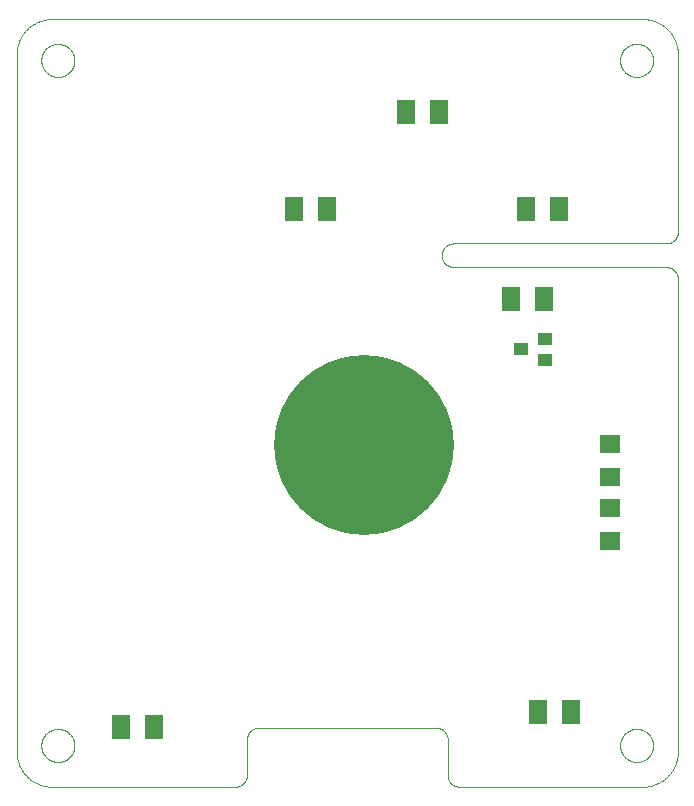
<source format=gbp>
G75*
%MOIN*%
%OFA0B0*%
%FSLAX25Y25*%
%IPPOS*%
%LPD*%
%AMOC8*
5,1,8,0,0,1.08239X$1,22.5*
%
%ADD10C,0.00000*%
%ADD11C,0.60000*%
%ADD12R,0.04500X0.04000*%
%ADD13R,0.06299X0.07874*%
%ADD14R,0.07087X0.06299*%
D10*
X0037312Y0035098D02*
X0098336Y0035098D01*
X0098460Y0035100D01*
X0098583Y0035106D01*
X0098707Y0035115D01*
X0098829Y0035129D01*
X0098952Y0035146D01*
X0099074Y0035168D01*
X0099195Y0035193D01*
X0099315Y0035222D01*
X0099434Y0035254D01*
X0099553Y0035291D01*
X0099670Y0035331D01*
X0099785Y0035374D01*
X0099900Y0035422D01*
X0100012Y0035473D01*
X0100123Y0035527D01*
X0100233Y0035585D01*
X0100340Y0035646D01*
X0100446Y0035711D01*
X0100549Y0035779D01*
X0100650Y0035850D01*
X0100749Y0035924D01*
X0100846Y0036001D01*
X0100940Y0036082D01*
X0101031Y0036165D01*
X0101120Y0036251D01*
X0101206Y0036340D01*
X0101289Y0036431D01*
X0101370Y0036525D01*
X0101447Y0036622D01*
X0101521Y0036721D01*
X0101592Y0036822D01*
X0101660Y0036925D01*
X0101725Y0037031D01*
X0101786Y0037138D01*
X0101844Y0037248D01*
X0101898Y0037359D01*
X0101949Y0037471D01*
X0101997Y0037586D01*
X0102040Y0037701D01*
X0102080Y0037818D01*
X0102117Y0037937D01*
X0102149Y0038056D01*
X0102178Y0038176D01*
X0102203Y0038297D01*
X0102225Y0038419D01*
X0102242Y0038542D01*
X0102256Y0038664D01*
X0102265Y0038788D01*
X0102271Y0038911D01*
X0102273Y0039035D01*
X0102273Y0050846D01*
X0102275Y0050970D01*
X0102281Y0051093D01*
X0102290Y0051217D01*
X0102304Y0051339D01*
X0102321Y0051462D01*
X0102343Y0051584D01*
X0102368Y0051705D01*
X0102397Y0051825D01*
X0102429Y0051944D01*
X0102466Y0052063D01*
X0102506Y0052180D01*
X0102549Y0052295D01*
X0102597Y0052410D01*
X0102648Y0052522D01*
X0102702Y0052633D01*
X0102760Y0052743D01*
X0102821Y0052850D01*
X0102886Y0052956D01*
X0102954Y0053059D01*
X0103025Y0053160D01*
X0103099Y0053259D01*
X0103176Y0053356D01*
X0103257Y0053450D01*
X0103340Y0053541D01*
X0103426Y0053630D01*
X0103515Y0053716D01*
X0103606Y0053799D01*
X0103700Y0053880D01*
X0103797Y0053957D01*
X0103896Y0054031D01*
X0103997Y0054102D01*
X0104100Y0054170D01*
X0104206Y0054235D01*
X0104313Y0054296D01*
X0104423Y0054354D01*
X0104534Y0054408D01*
X0104646Y0054459D01*
X0104761Y0054507D01*
X0104876Y0054550D01*
X0104993Y0054590D01*
X0105112Y0054627D01*
X0105231Y0054659D01*
X0105351Y0054688D01*
X0105472Y0054713D01*
X0105594Y0054735D01*
X0105717Y0054752D01*
X0105839Y0054766D01*
X0105963Y0054775D01*
X0106086Y0054781D01*
X0106210Y0054783D01*
X0165265Y0054783D01*
X0165389Y0054781D01*
X0165512Y0054775D01*
X0165636Y0054766D01*
X0165758Y0054752D01*
X0165881Y0054735D01*
X0166003Y0054713D01*
X0166124Y0054688D01*
X0166244Y0054659D01*
X0166363Y0054627D01*
X0166482Y0054590D01*
X0166599Y0054550D01*
X0166714Y0054507D01*
X0166829Y0054459D01*
X0166941Y0054408D01*
X0167052Y0054354D01*
X0167162Y0054296D01*
X0167269Y0054235D01*
X0167375Y0054170D01*
X0167478Y0054102D01*
X0167579Y0054031D01*
X0167678Y0053957D01*
X0167775Y0053880D01*
X0167869Y0053799D01*
X0167960Y0053716D01*
X0168049Y0053630D01*
X0168135Y0053541D01*
X0168218Y0053450D01*
X0168299Y0053356D01*
X0168376Y0053259D01*
X0168450Y0053160D01*
X0168521Y0053059D01*
X0168589Y0052956D01*
X0168654Y0052850D01*
X0168715Y0052743D01*
X0168773Y0052633D01*
X0168827Y0052522D01*
X0168878Y0052410D01*
X0168926Y0052295D01*
X0168969Y0052180D01*
X0169009Y0052063D01*
X0169046Y0051944D01*
X0169078Y0051825D01*
X0169107Y0051705D01*
X0169132Y0051584D01*
X0169154Y0051462D01*
X0169171Y0051339D01*
X0169185Y0051217D01*
X0169194Y0051093D01*
X0169200Y0050970D01*
X0169202Y0050846D01*
X0169202Y0039035D01*
X0169204Y0038911D01*
X0169210Y0038788D01*
X0169219Y0038664D01*
X0169233Y0038542D01*
X0169250Y0038419D01*
X0169272Y0038297D01*
X0169297Y0038176D01*
X0169326Y0038056D01*
X0169358Y0037937D01*
X0169395Y0037818D01*
X0169435Y0037701D01*
X0169478Y0037586D01*
X0169526Y0037471D01*
X0169577Y0037359D01*
X0169631Y0037248D01*
X0169689Y0037138D01*
X0169750Y0037031D01*
X0169815Y0036925D01*
X0169883Y0036822D01*
X0169954Y0036721D01*
X0170028Y0036622D01*
X0170105Y0036525D01*
X0170186Y0036431D01*
X0170269Y0036340D01*
X0170355Y0036251D01*
X0170444Y0036165D01*
X0170535Y0036082D01*
X0170629Y0036001D01*
X0170726Y0035924D01*
X0170825Y0035850D01*
X0170926Y0035779D01*
X0171029Y0035711D01*
X0171135Y0035646D01*
X0171242Y0035585D01*
X0171352Y0035527D01*
X0171463Y0035473D01*
X0171575Y0035422D01*
X0171690Y0035374D01*
X0171805Y0035331D01*
X0171922Y0035291D01*
X0172041Y0035254D01*
X0172160Y0035222D01*
X0172280Y0035193D01*
X0172401Y0035168D01*
X0172523Y0035146D01*
X0172646Y0035129D01*
X0172768Y0035115D01*
X0172892Y0035106D01*
X0173015Y0035100D01*
X0173139Y0035098D01*
X0234162Y0035098D01*
X0234447Y0035101D01*
X0234733Y0035112D01*
X0235018Y0035129D01*
X0235302Y0035153D01*
X0235586Y0035184D01*
X0235869Y0035222D01*
X0236150Y0035267D01*
X0236431Y0035318D01*
X0236711Y0035376D01*
X0236989Y0035441D01*
X0237265Y0035513D01*
X0237539Y0035591D01*
X0237812Y0035676D01*
X0238082Y0035768D01*
X0238350Y0035866D01*
X0238616Y0035970D01*
X0238879Y0036081D01*
X0239139Y0036198D01*
X0239397Y0036321D01*
X0239651Y0036451D01*
X0239902Y0036587D01*
X0240150Y0036728D01*
X0240394Y0036876D01*
X0240635Y0037029D01*
X0240871Y0037189D01*
X0241104Y0037354D01*
X0241333Y0037524D01*
X0241558Y0037700D01*
X0241778Y0037882D01*
X0241994Y0038068D01*
X0242205Y0038260D01*
X0242412Y0038457D01*
X0242614Y0038659D01*
X0242811Y0038866D01*
X0243003Y0039077D01*
X0243189Y0039293D01*
X0243371Y0039513D01*
X0243547Y0039738D01*
X0243717Y0039967D01*
X0243882Y0040200D01*
X0244042Y0040436D01*
X0244195Y0040677D01*
X0244343Y0040921D01*
X0244484Y0041169D01*
X0244620Y0041420D01*
X0244750Y0041674D01*
X0244873Y0041932D01*
X0244990Y0042192D01*
X0245101Y0042455D01*
X0245205Y0042721D01*
X0245303Y0042989D01*
X0245395Y0043259D01*
X0245480Y0043532D01*
X0245558Y0043806D01*
X0245630Y0044082D01*
X0245695Y0044360D01*
X0245753Y0044640D01*
X0245804Y0044921D01*
X0245849Y0045202D01*
X0245887Y0045485D01*
X0245918Y0045769D01*
X0245942Y0046053D01*
X0245959Y0046338D01*
X0245970Y0046624D01*
X0245973Y0046909D01*
X0245973Y0204390D01*
X0245971Y0204514D01*
X0245965Y0204637D01*
X0245956Y0204761D01*
X0245942Y0204883D01*
X0245925Y0205006D01*
X0245903Y0205128D01*
X0245878Y0205249D01*
X0245849Y0205369D01*
X0245817Y0205488D01*
X0245780Y0205607D01*
X0245740Y0205724D01*
X0245697Y0205839D01*
X0245649Y0205954D01*
X0245598Y0206066D01*
X0245544Y0206177D01*
X0245486Y0206287D01*
X0245425Y0206394D01*
X0245360Y0206500D01*
X0245292Y0206603D01*
X0245221Y0206704D01*
X0245147Y0206803D01*
X0245070Y0206900D01*
X0244989Y0206994D01*
X0244906Y0207085D01*
X0244820Y0207174D01*
X0244731Y0207260D01*
X0244640Y0207343D01*
X0244546Y0207424D01*
X0244449Y0207501D01*
X0244350Y0207575D01*
X0244249Y0207646D01*
X0244146Y0207714D01*
X0244040Y0207779D01*
X0243933Y0207840D01*
X0243823Y0207898D01*
X0243712Y0207952D01*
X0243600Y0208003D01*
X0243485Y0208051D01*
X0243370Y0208094D01*
X0243253Y0208134D01*
X0243134Y0208171D01*
X0243015Y0208203D01*
X0242895Y0208232D01*
X0242774Y0208257D01*
X0242652Y0208279D01*
X0242529Y0208296D01*
X0242407Y0208310D01*
X0242283Y0208319D01*
X0242160Y0208325D01*
X0242036Y0208327D01*
X0171170Y0208327D01*
X0171046Y0208329D01*
X0170923Y0208335D01*
X0170799Y0208344D01*
X0170677Y0208358D01*
X0170554Y0208375D01*
X0170432Y0208397D01*
X0170311Y0208422D01*
X0170191Y0208451D01*
X0170072Y0208483D01*
X0169953Y0208520D01*
X0169836Y0208560D01*
X0169721Y0208603D01*
X0169606Y0208651D01*
X0169494Y0208702D01*
X0169383Y0208756D01*
X0169273Y0208814D01*
X0169166Y0208875D01*
X0169060Y0208940D01*
X0168957Y0209008D01*
X0168856Y0209079D01*
X0168757Y0209153D01*
X0168660Y0209230D01*
X0168566Y0209311D01*
X0168475Y0209394D01*
X0168386Y0209480D01*
X0168300Y0209569D01*
X0168217Y0209660D01*
X0168136Y0209754D01*
X0168059Y0209851D01*
X0167985Y0209950D01*
X0167914Y0210051D01*
X0167846Y0210154D01*
X0167781Y0210260D01*
X0167720Y0210367D01*
X0167662Y0210477D01*
X0167608Y0210588D01*
X0167557Y0210700D01*
X0167509Y0210815D01*
X0167466Y0210930D01*
X0167426Y0211047D01*
X0167389Y0211166D01*
X0167357Y0211285D01*
X0167328Y0211405D01*
X0167303Y0211526D01*
X0167281Y0211648D01*
X0167264Y0211771D01*
X0167250Y0211893D01*
X0167241Y0212017D01*
X0167235Y0212140D01*
X0167233Y0212264D01*
X0167235Y0212388D01*
X0167241Y0212511D01*
X0167250Y0212635D01*
X0167264Y0212757D01*
X0167281Y0212880D01*
X0167303Y0213002D01*
X0167328Y0213123D01*
X0167357Y0213243D01*
X0167389Y0213362D01*
X0167426Y0213481D01*
X0167466Y0213598D01*
X0167509Y0213713D01*
X0167557Y0213828D01*
X0167608Y0213940D01*
X0167662Y0214051D01*
X0167720Y0214161D01*
X0167781Y0214268D01*
X0167846Y0214374D01*
X0167914Y0214477D01*
X0167985Y0214578D01*
X0168059Y0214677D01*
X0168136Y0214774D01*
X0168217Y0214868D01*
X0168300Y0214959D01*
X0168386Y0215048D01*
X0168475Y0215134D01*
X0168566Y0215217D01*
X0168660Y0215298D01*
X0168757Y0215375D01*
X0168856Y0215449D01*
X0168957Y0215520D01*
X0169060Y0215588D01*
X0169166Y0215653D01*
X0169273Y0215714D01*
X0169383Y0215772D01*
X0169494Y0215826D01*
X0169606Y0215877D01*
X0169721Y0215925D01*
X0169836Y0215968D01*
X0169953Y0216008D01*
X0170072Y0216045D01*
X0170191Y0216077D01*
X0170311Y0216106D01*
X0170432Y0216131D01*
X0170554Y0216153D01*
X0170677Y0216170D01*
X0170799Y0216184D01*
X0170923Y0216193D01*
X0171046Y0216199D01*
X0171170Y0216201D01*
X0242036Y0216201D01*
X0242160Y0216203D01*
X0242283Y0216209D01*
X0242407Y0216218D01*
X0242529Y0216232D01*
X0242652Y0216249D01*
X0242774Y0216271D01*
X0242895Y0216296D01*
X0243015Y0216325D01*
X0243134Y0216357D01*
X0243253Y0216394D01*
X0243370Y0216434D01*
X0243485Y0216477D01*
X0243600Y0216525D01*
X0243712Y0216576D01*
X0243823Y0216630D01*
X0243933Y0216688D01*
X0244040Y0216749D01*
X0244146Y0216814D01*
X0244249Y0216882D01*
X0244350Y0216953D01*
X0244449Y0217027D01*
X0244546Y0217104D01*
X0244640Y0217185D01*
X0244731Y0217268D01*
X0244820Y0217354D01*
X0244906Y0217443D01*
X0244989Y0217534D01*
X0245070Y0217628D01*
X0245147Y0217725D01*
X0245221Y0217824D01*
X0245292Y0217925D01*
X0245360Y0218028D01*
X0245425Y0218134D01*
X0245486Y0218241D01*
X0245544Y0218351D01*
X0245598Y0218462D01*
X0245649Y0218574D01*
X0245697Y0218689D01*
X0245740Y0218804D01*
X0245780Y0218921D01*
X0245817Y0219040D01*
X0245849Y0219159D01*
X0245878Y0219279D01*
X0245903Y0219400D01*
X0245925Y0219522D01*
X0245942Y0219645D01*
X0245956Y0219767D01*
X0245965Y0219891D01*
X0245971Y0220014D01*
X0245973Y0220138D01*
X0245973Y0279193D01*
X0245970Y0279478D01*
X0245959Y0279764D01*
X0245942Y0280049D01*
X0245918Y0280333D01*
X0245887Y0280617D01*
X0245849Y0280900D01*
X0245804Y0281181D01*
X0245753Y0281462D01*
X0245695Y0281742D01*
X0245630Y0282020D01*
X0245558Y0282296D01*
X0245480Y0282570D01*
X0245395Y0282843D01*
X0245303Y0283113D01*
X0245205Y0283381D01*
X0245101Y0283647D01*
X0244990Y0283910D01*
X0244873Y0284170D01*
X0244750Y0284428D01*
X0244620Y0284682D01*
X0244484Y0284933D01*
X0244343Y0285181D01*
X0244195Y0285425D01*
X0244042Y0285666D01*
X0243882Y0285902D01*
X0243717Y0286135D01*
X0243547Y0286364D01*
X0243371Y0286589D01*
X0243189Y0286809D01*
X0243003Y0287025D01*
X0242811Y0287236D01*
X0242614Y0287443D01*
X0242412Y0287645D01*
X0242205Y0287842D01*
X0241994Y0288034D01*
X0241778Y0288220D01*
X0241558Y0288402D01*
X0241333Y0288578D01*
X0241104Y0288748D01*
X0240871Y0288913D01*
X0240635Y0289073D01*
X0240394Y0289226D01*
X0240150Y0289374D01*
X0239902Y0289515D01*
X0239651Y0289651D01*
X0239397Y0289781D01*
X0239139Y0289904D01*
X0238879Y0290021D01*
X0238616Y0290132D01*
X0238350Y0290236D01*
X0238082Y0290334D01*
X0237812Y0290426D01*
X0237539Y0290511D01*
X0237265Y0290589D01*
X0236989Y0290661D01*
X0236711Y0290726D01*
X0236431Y0290784D01*
X0236150Y0290835D01*
X0235869Y0290880D01*
X0235586Y0290918D01*
X0235302Y0290949D01*
X0235018Y0290973D01*
X0234733Y0290990D01*
X0234447Y0291001D01*
X0234162Y0291004D01*
X0037312Y0291004D01*
X0037027Y0291001D01*
X0036741Y0290990D01*
X0036456Y0290973D01*
X0036172Y0290949D01*
X0035888Y0290918D01*
X0035605Y0290880D01*
X0035324Y0290835D01*
X0035043Y0290784D01*
X0034763Y0290726D01*
X0034485Y0290661D01*
X0034209Y0290589D01*
X0033935Y0290511D01*
X0033662Y0290426D01*
X0033392Y0290334D01*
X0033124Y0290236D01*
X0032858Y0290132D01*
X0032595Y0290021D01*
X0032335Y0289904D01*
X0032077Y0289781D01*
X0031823Y0289651D01*
X0031572Y0289515D01*
X0031324Y0289374D01*
X0031080Y0289226D01*
X0030839Y0289073D01*
X0030603Y0288913D01*
X0030370Y0288748D01*
X0030141Y0288578D01*
X0029916Y0288402D01*
X0029696Y0288220D01*
X0029480Y0288034D01*
X0029269Y0287842D01*
X0029062Y0287645D01*
X0028860Y0287443D01*
X0028663Y0287236D01*
X0028471Y0287025D01*
X0028285Y0286809D01*
X0028103Y0286589D01*
X0027927Y0286364D01*
X0027757Y0286135D01*
X0027592Y0285902D01*
X0027432Y0285666D01*
X0027279Y0285425D01*
X0027131Y0285181D01*
X0026990Y0284933D01*
X0026854Y0284682D01*
X0026724Y0284428D01*
X0026601Y0284170D01*
X0026484Y0283910D01*
X0026373Y0283647D01*
X0026269Y0283381D01*
X0026171Y0283113D01*
X0026079Y0282843D01*
X0025994Y0282570D01*
X0025916Y0282296D01*
X0025844Y0282020D01*
X0025779Y0281742D01*
X0025721Y0281462D01*
X0025670Y0281181D01*
X0025625Y0280900D01*
X0025587Y0280617D01*
X0025556Y0280333D01*
X0025532Y0280049D01*
X0025515Y0279764D01*
X0025504Y0279478D01*
X0025501Y0279193D01*
X0025501Y0046909D01*
X0025504Y0046624D01*
X0025515Y0046338D01*
X0025532Y0046053D01*
X0025556Y0045769D01*
X0025587Y0045485D01*
X0025625Y0045202D01*
X0025670Y0044921D01*
X0025721Y0044640D01*
X0025779Y0044360D01*
X0025844Y0044082D01*
X0025916Y0043806D01*
X0025994Y0043532D01*
X0026079Y0043259D01*
X0026171Y0042989D01*
X0026269Y0042721D01*
X0026373Y0042455D01*
X0026484Y0042192D01*
X0026601Y0041932D01*
X0026724Y0041674D01*
X0026854Y0041420D01*
X0026990Y0041169D01*
X0027131Y0040921D01*
X0027279Y0040677D01*
X0027432Y0040436D01*
X0027592Y0040200D01*
X0027757Y0039967D01*
X0027927Y0039738D01*
X0028103Y0039513D01*
X0028285Y0039293D01*
X0028471Y0039077D01*
X0028663Y0038866D01*
X0028860Y0038659D01*
X0029062Y0038457D01*
X0029269Y0038260D01*
X0029480Y0038068D01*
X0029696Y0037882D01*
X0029916Y0037700D01*
X0030141Y0037524D01*
X0030370Y0037354D01*
X0030603Y0037189D01*
X0030839Y0037029D01*
X0031080Y0036876D01*
X0031324Y0036728D01*
X0031572Y0036587D01*
X0031823Y0036451D01*
X0032077Y0036321D01*
X0032335Y0036198D01*
X0032595Y0036081D01*
X0032858Y0035970D01*
X0033124Y0035866D01*
X0033392Y0035768D01*
X0033662Y0035676D01*
X0033935Y0035591D01*
X0034209Y0035513D01*
X0034485Y0035441D01*
X0034763Y0035376D01*
X0035043Y0035318D01*
X0035324Y0035267D01*
X0035605Y0035222D01*
X0035888Y0035184D01*
X0036172Y0035153D01*
X0036456Y0035129D01*
X0036741Y0035112D01*
X0037027Y0035101D01*
X0037312Y0035098D01*
X0033765Y0048883D02*
X0033767Y0049031D01*
X0033773Y0049179D01*
X0033783Y0049327D01*
X0033797Y0049474D01*
X0033815Y0049621D01*
X0033836Y0049767D01*
X0033862Y0049913D01*
X0033892Y0050058D01*
X0033925Y0050202D01*
X0033963Y0050345D01*
X0034004Y0050487D01*
X0034049Y0050628D01*
X0034097Y0050768D01*
X0034150Y0050907D01*
X0034206Y0051044D01*
X0034266Y0051179D01*
X0034329Y0051313D01*
X0034396Y0051445D01*
X0034467Y0051575D01*
X0034541Y0051703D01*
X0034618Y0051829D01*
X0034699Y0051953D01*
X0034783Y0052075D01*
X0034870Y0052194D01*
X0034961Y0052311D01*
X0035055Y0052426D01*
X0035151Y0052538D01*
X0035251Y0052648D01*
X0035353Y0052754D01*
X0035459Y0052858D01*
X0035567Y0052959D01*
X0035678Y0053057D01*
X0035791Y0053153D01*
X0035907Y0053245D01*
X0036025Y0053334D01*
X0036146Y0053419D01*
X0036269Y0053502D01*
X0036394Y0053581D01*
X0036521Y0053657D01*
X0036650Y0053729D01*
X0036781Y0053798D01*
X0036914Y0053863D01*
X0037049Y0053924D01*
X0037185Y0053982D01*
X0037322Y0054037D01*
X0037461Y0054087D01*
X0037602Y0054134D01*
X0037743Y0054177D01*
X0037886Y0054217D01*
X0038030Y0054252D01*
X0038174Y0054284D01*
X0038320Y0054311D01*
X0038466Y0054335D01*
X0038613Y0054355D01*
X0038760Y0054371D01*
X0038907Y0054383D01*
X0039055Y0054391D01*
X0039203Y0054395D01*
X0039351Y0054395D01*
X0039499Y0054391D01*
X0039647Y0054383D01*
X0039794Y0054371D01*
X0039941Y0054355D01*
X0040088Y0054335D01*
X0040234Y0054311D01*
X0040380Y0054284D01*
X0040524Y0054252D01*
X0040668Y0054217D01*
X0040811Y0054177D01*
X0040952Y0054134D01*
X0041093Y0054087D01*
X0041232Y0054037D01*
X0041369Y0053982D01*
X0041505Y0053924D01*
X0041640Y0053863D01*
X0041773Y0053798D01*
X0041904Y0053729D01*
X0042033Y0053657D01*
X0042160Y0053581D01*
X0042285Y0053502D01*
X0042408Y0053419D01*
X0042529Y0053334D01*
X0042647Y0053245D01*
X0042763Y0053153D01*
X0042876Y0053057D01*
X0042987Y0052959D01*
X0043095Y0052858D01*
X0043201Y0052754D01*
X0043303Y0052648D01*
X0043403Y0052538D01*
X0043499Y0052426D01*
X0043593Y0052311D01*
X0043684Y0052194D01*
X0043771Y0052075D01*
X0043855Y0051953D01*
X0043936Y0051829D01*
X0044013Y0051703D01*
X0044087Y0051575D01*
X0044158Y0051445D01*
X0044225Y0051313D01*
X0044288Y0051179D01*
X0044348Y0051044D01*
X0044404Y0050907D01*
X0044457Y0050768D01*
X0044505Y0050628D01*
X0044550Y0050487D01*
X0044591Y0050345D01*
X0044629Y0050202D01*
X0044662Y0050058D01*
X0044692Y0049913D01*
X0044718Y0049767D01*
X0044739Y0049621D01*
X0044757Y0049474D01*
X0044771Y0049327D01*
X0044781Y0049179D01*
X0044787Y0049031D01*
X0044789Y0048883D01*
X0044787Y0048735D01*
X0044781Y0048587D01*
X0044771Y0048439D01*
X0044757Y0048292D01*
X0044739Y0048145D01*
X0044718Y0047999D01*
X0044692Y0047853D01*
X0044662Y0047708D01*
X0044629Y0047564D01*
X0044591Y0047421D01*
X0044550Y0047279D01*
X0044505Y0047138D01*
X0044457Y0046998D01*
X0044404Y0046859D01*
X0044348Y0046722D01*
X0044288Y0046587D01*
X0044225Y0046453D01*
X0044158Y0046321D01*
X0044087Y0046191D01*
X0044013Y0046063D01*
X0043936Y0045937D01*
X0043855Y0045813D01*
X0043771Y0045691D01*
X0043684Y0045572D01*
X0043593Y0045455D01*
X0043499Y0045340D01*
X0043403Y0045228D01*
X0043303Y0045118D01*
X0043201Y0045012D01*
X0043095Y0044908D01*
X0042987Y0044807D01*
X0042876Y0044709D01*
X0042763Y0044613D01*
X0042647Y0044521D01*
X0042529Y0044432D01*
X0042408Y0044347D01*
X0042285Y0044264D01*
X0042160Y0044185D01*
X0042033Y0044109D01*
X0041904Y0044037D01*
X0041773Y0043968D01*
X0041640Y0043903D01*
X0041505Y0043842D01*
X0041369Y0043784D01*
X0041232Y0043729D01*
X0041093Y0043679D01*
X0040952Y0043632D01*
X0040811Y0043589D01*
X0040668Y0043549D01*
X0040524Y0043514D01*
X0040380Y0043482D01*
X0040234Y0043455D01*
X0040088Y0043431D01*
X0039941Y0043411D01*
X0039794Y0043395D01*
X0039647Y0043383D01*
X0039499Y0043375D01*
X0039351Y0043371D01*
X0039203Y0043371D01*
X0039055Y0043375D01*
X0038907Y0043383D01*
X0038760Y0043395D01*
X0038613Y0043411D01*
X0038466Y0043431D01*
X0038320Y0043455D01*
X0038174Y0043482D01*
X0038030Y0043514D01*
X0037886Y0043549D01*
X0037743Y0043589D01*
X0037602Y0043632D01*
X0037461Y0043679D01*
X0037322Y0043729D01*
X0037185Y0043784D01*
X0037049Y0043842D01*
X0036914Y0043903D01*
X0036781Y0043968D01*
X0036650Y0044037D01*
X0036521Y0044109D01*
X0036394Y0044185D01*
X0036269Y0044264D01*
X0036146Y0044347D01*
X0036025Y0044432D01*
X0035907Y0044521D01*
X0035791Y0044613D01*
X0035678Y0044709D01*
X0035567Y0044807D01*
X0035459Y0044908D01*
X0035353Y0045012D01*
X0035251Y0045118D01*
X0035151Y0045228D01*
X0035055Y0045340D01*
X0034961Y0045455D01*
X0034870Y0045572D01*
X0034783Y0045691D01*
X0034699Y0045813D01*
X0034618Y0045937D01*
X0034541Y0046063D01*
X0034467Y0046191D01*
X0034396Y0046321D01*
X0034329Y0046453D01*
X0034266Y0046587D01*
X0034206Y0046722D01*
X0034150Y0046859D01*
X0034097Y0046998D01*
X0034049Y0047138D01*
X0034004Y0047279D01*
X0033963Y0047421D01*
X0033925Y0047564D01*
X0033892Y0047708D01*
X0033862Y0047853D01*
X0033836Y0047999D01*
X0033815Y0048145D01*
X0033797Y0048292D01*
X0033783Y0048439D01*
X0033773Y0048587D01*
X0033767Y0048735D01*
X0033765Y0048883D01*
X0226679Y0048883D02*
X0226681Y0049031D01*
X0226687Y0049179D01*
X0226697Y0049327D01*
X0226711Y0049474D01*
X0226729Y0049621D01*
X0226750Y0049767D01*
X0226776Y0049913D01*
X0226806Y0050058D01*
X0226839Y0050202D01*
X0226877Y0050345D01*
X0226918Y0050487D01*
X0226963Y0050628D01*
X0227011Y0050768D01*
X0227064Y0050907D01*
X0227120Y0051044D01*
X0227180Y0051179D01*
X0227243Y0051313D01*
X0227310Y0051445D01*
X0227381Y0051575D01*
X0227455Y0051703D01*
X0227532Y0051829D01*
X0227613Y0051953D01*
X0227697Y0052075D01*
X0227784Y0052194D01*
X0227875Y0052311D01*
X0227969Y0052426D01*
X0228065Y0052538D01*
X0228165Y0052648D01*
X0228267Y0052754D01*
X0228373Y0052858D01*
X0228481Y0052959D01*
X0228592Y0053057D01*
X0228705Y0053153D01*
X0228821Y0053245D01*
X0228939Y0053334D01*
X0229060Y0053419D01*
X0229183Y0053502D01*
X0229308Y0053581D01*
X0229435Y0053657D01*
X0229564Y0053729D01*
X0229695Y0053798D01*
X0229828Y0053863D01*
X0229963Y0053924D01*
X0230099Y0053982D01*
X0230236Y0054037D01*
X0230375Y0054087D01*
X0230516Y0054134D01*
X0230657Y0054177D01*
X0230800Y0054217D01*
X0230944Y0054252D01*
X0231088Y0054284D01*
X0231234Y0054311D01*
X0231380Y0054335D01*
X0231527Y0054355D01*
X0231674Y0054371D01*
X0231821Y0054383D01*
X0231969Y0054391D01*
X0232117Y0054395D01*
X0232265Y0054395D01*
X0232413Y0054391D01*
X0232561Y0054383D01*
X0232708Y0054371D01*
X0232855Y0054355D01*
X0233002Y0054335D01*
X0233148Y0054311D01*
X0233294Y0054284D01*
X0233438Y0054252D01*
X0233582Y0054217D01*
X0233725Y0054177D01*
X0233866Y0054134D01*
X0234007Y0054087D01*
X0234146Y0054037D01*
X0234283Y0053982D01*
X0234419Y0053924D01*
X0234554Y0053863D01*
X0234687Y0053798D01*
X0234818Y0053729D01*
X0234947Y0053657D01*
X0235074Y0053581D01*
X0235199Y0053502D01*
X0235322Y0053419D01*
X0235443Y0053334D01*
X0235561Y0053245D01*
X0235677Y0053153D01*
X0235790Y0053057D01*
X0235901Y0052959D01*
X0236009Y0052858D01*
X0236115Y0052754D01*
X0236217Y0052648D01*
X0236317Y0052538D01*
X0236413Y0052426D01*
X0236507Y0052311D01*
X0236598Y0052194D01*
X0236685Y0052075D01*
X0236769Y0051953D01*
X0236850Y0051829D01*
X0236927Y0051703D01*
X0237001Y0051575D01*
X0237072Y0051445D01*
X0237139Y0051313D01*
X0237202Y0051179D01*
X0237262Y0051044D01*
X0237318Y0050907D01*
X0237371Y0050768D01*
X0237419Y0050628D01*
X0237464Y0050487D01*
X0237505Y0050345D01*
X0237543Y0050202D01*
X0237576Y0050058D01*
X0237606Y0049913D01*
X0237632Y0049767D01*
X0237653Y0049621D01*
X0237671Y0049474D01*
X0237685Y0049327D01*
X0237695Y0049179D01*
X0237701Y0049031D01*
X0237703Y0048883D01*
X0237701Y0048735D01*
X0237695Y0048587D01*
X0237685Y0048439D01*
X0237671Y0048292D01*
X0237653Y0048145D01*
X0237632Y0047999D01*
X0237606Y0047853D01*
X0237576Y0047708D01*
X0237543Y0047564D01*
X0237505Y0047421D01*
X0237464Y0047279D01*
X0237419Y0047138D01*
X0237371Y0046998D01*
X0237318Y0046859D01*
X0237262Y0046722D01*
X0237202Y0046587D01*
X0237139Y0046453D01*
X0237072Y0046321D01*
X0237001Y0046191D01*
X0236927Y0046063D01*
X0236850Y0045937D01*
X0236769Y0045813D01*
X0236685Y0045691D01*
X0236598Y0045572D01*
X0236507Y0045455D01*
X0236413Y0045340D01*
X0236317Y0045228D01*
X0236217Y0045118D01*
X0236115Y0045012D01*
X0236009Y0044908D01*
X0235901Y0044807D01*
X0235790Y0044709D01*
X0235677Y0044613D01*
X0235561Y0044521D01*
X0235443Y0044432D01*
X0235322Y0044347D01*
X0235199Y0044264D01*
X0235074Y0044185D01*
X0234947Y0044109D01*
X0234818Y0044037D01*
X0234687Y0043968D01*
X0234554Y0043903D01*
X0234419Y0043842D01*
X0234283Y0043784D01*
X0234146Y0043729D01*
X0234007Y0043679D01*
X0233866Y0043632D01*
X0233725Y0043589D01*
X0233582Y0043549D01*
X0233438Y0043514D01*
X0233294Y0043482D01*
X0233148Y0043455D01*
X0233002Y0043431D01*
X0232855Y0043411D01*
X0232708Y0043395D01*
X0232561Y0043383D01*
X0232413Y0043375D01*
X0232265Y0043371D01*
X0232117Y0043371D01*
X0231969Y0043375D01*
X0231821Y0043383D01*
X0231674Y0043395D01*
X0231527Y0043411D01*
X0231380Y0043431D01*
X0231234Y0043455D01*
X0231088Y0043482D01*
X0230944Y0043514D01*
X0230800Y0043549D01*
X0230657Y0043589D01*
X0230516Y0043632D01*
X0230375Y0043679D01*
X0230236Y0043729D01*
X0230099Y0043784D01*
X0229963Y0043842D01*
X0229828Y0043903D01*
X0229695Y0043968D01*
X0229564Y0044037D01*
X0229435Y0044109D01*
X0229308Y0044185D01*
X0229183Y0044264D01*
X0229060Y0044347D01*
X0228939Y0044432D01*
X0228821Y0044521D01*
X0228705Y0044613D01*
X0228592Y0044709D01*
X0228481Y0044807D01*
X0228373Y0044908D01*
X0228267Y0045012D01*
X0228165Y0045118D01*
X0228065Y0045228D01*
X0227969Y0045340D01*
X0227875Y0045455D01*
X0227784Y0045572D01*
X0227697Y0045691D01*
X0227613Y0045813D01*
X0227532Y0045937D01*
X0227455Y0046063D01*
X0227381Y0046191D01*
X0227310Y0046321D01*
X0227243Y0046453D01*
X0227180Y0046587D01*
X0227120Y0046722D01*
X0227064Y0046859D01*
X0227011Y0046998D01*
X0226963Y0047138D01*
X0226918Y0047279D01*
X0226877Y0047421D01*
X0226839Y0047564D01*
X0226806Y0047708D01*
X0226776Y0047853D01*
X0226750Y0047999D01*
X0226729Y0048145D01*
X0226711Y0048292D01*
X0226697Y0048439D01*
X0226687Y0048587D01*
X0226681Y0048735D01*
X0226679Y0048883D01*
X0226679Y0277230D02*
X0226681Y0277378D01*
X0226687Y0277526D01*
X0226697Y0277674D01*
X0226711Y0277821D01*
X0226729Y0277968D01*
X0226750Y0278114D01*
X0226776Y0278260D01*
X0226806Y0278405D01*
X0226839Y0278549D01*
X0226877Y0278692D01*
X0226918Y0278834D01*
X0226963Y0278975D01*
X0227011Y0279115D01*
X0227064Y0279254D01*
X0227120Y0279391D01*
X0227180Y0279526D01*
X0227243Y0279660D01*
X0227310Y0279792D01*
X0227381Y0279922D01*
X0227455Y0280050D01*
X0227532Y0280176D01*
X0227613Y0280300D01*
X0227697Y0280422D01*
X0227784Y0280541D01*
X0227875Y0280658D01*
X0227969Y0280773D01*
X0228065Y0280885D01*
X0228165Y0280995D01*
X0228267Y0281101D01*
X0228373Y0281205D01*
X0228481Y0281306D01*
X0228592Y0281404D01*
X0228705Y0281500D01*
X0228821Y0281592D01*
X0228939Y0281681D01*
X0229060Y0281766D01*
X0229183Y0281849D01*
X0229308Y0281928D01*
X0229435Y0282004D01*
X0229564Y0282076D01*
X0229695Y0282145D01*
X0229828Y0282210D01*
X0229963Y0282271D01*
X0230099Y0282329D01*
X0230236Y0282384D01*
X0230375Y0282434D01*
X0230516Y0282481D01*
X0230657Y0282524D01*
X0230800Y0282564D01*
X0230944Y0282599D01*
X0231088Y0282631D01*
X0231234Y0282658D01*
X0231380Y0282682D01*
X0231527Y0282702D01*
X0231674Y0282718D01*
X0231821Y0282730D01*
X0231969Y0282738D01*
X0232117Y0282742D01*
X0232265Y0282742D01*
X0232413Y0282738D01*
X0232561Y0282730D01*
X0232708Y0282718D01*
X0232855Y0282702D01*
X0233002Y0282682D01*
X0233148Y0282658D01*
X0233294Y0282631D01*
X0233438Y0282599D01*
X0233582Y0282564D01*
X0233725Y0282524D01*
X0233866Y0282481D01*
X0234007Y0282434D01*
X0234146Y0282384D01*
X0234283Y0282329D01*
X0234419Y0282271D01*
X0234554Y0282210D01*
X0234687Y0282145D01*
X0234818Y0282076D01*
X0234947Y0282004D01*
X0235074Y0281928D01*
X0235199Y0281849D01*
X0235322Y0281766D01*
X0235443Y0281681D01*
X0235561Y0281592D01*
X0235677Y0281500D01*
X0235790Y0281404D01*
X0235901Y0281306D01*
X0236009Y0281205D01*
X0236115Y0281101D01*
X0236217Y0280995D01*
X0236317Y0280885D01*
X0236413Y0280773D01*
X0236507Y0280658D01*
X0236598Y0280541D01*
X0236685Y0280422D01*
X0236769Y0280300D01*
X0236850Y0280176D01*
X0236927Y0280050D01*
X0237001Y0279922D01*
X0237072Y0279792D01*
X0237139Y0279660D01*
X0237202Y0279526D01*
X0237262Y0279391D01*
X0237318Y0279254D01*
X0237371Y0279115D01*
X0237419Y0278975D01*
X0237464Y0278834D01*
X0237505Y0278692D01*
X0237543Y0278549D01*
X0237576Y0278405D01*
X0237606Y0278260D01*
X0237632Y0278114D01*
X0237653Y0277968D01*
X0237671Y0277821D01*
X0237685Y0277674D01*
X0237695Y0277526D01*
X0237701Y0277378D01*
X0237703Y0277230D01*
X0237701Y0277082D01*
X0237695Y0276934D01*
X0237685Y0276786D01*
X0237671Y0276639D01*
X0237653Y0276492D01*
X0237632Y0276346D01*
X0237606Y0276200D01*
X0237576Y0276055D01*
X0237543Y0275911D01*
X0237505Y0275768D01*
X0237464Y0275626D01*
X0237419Y0275485D01*
X0237371Y0275345D01*
X0237318Y0275206D01*
X0237262Y0275069D01*
X0237202Y0274934D01*
X0237139Y0274800D01*
X0237072Y0274668D01*
X0237001Y0274538D01*
X0236927Y0274410D01*
X0236850Y0274284D01*
X0236769Y0274160D01*
X0236685Y0274038D01*
X0236598Y0273919D01*
X0236507Y0273802D01*
X0236413Y0273687D01*
X0236317Y0273575D01*
X0236217Y0273465D01*
X0236115Y0273359D01*
X0236009Y0273255D01*
X0235901Y0273154D01*
X0235790Y0273056D01*
X0235677Y0272960D01*
X0235561Y0272868D01*
X0235443Y0272779D01*
X0235322Y0272694D01*
X0235199Y0272611D01*
X0235074Y0272532D01*
X0234947Y0272456D01*
X0234818Y0272384D01*
X0234687Y0272315D01*
X0234554Y0272250D01*
X0234419Y0272189D01*
X0234283Y0272131D01*
X0234146Y0272076D01*
X0234007Y0272026D01*
X0233866Y0271979D01*
X0233725Y0271936D01*
X0233582Y0271896D01*
X0233438Y0271861D01*
X0233294Y0271829D01*
X0233148Y0271802D01*
X0233002Y0271778D01*
X0232855Y0271758D01*
X0232708Y0271742D01*
X0232561Y0271730D01*
X0232413Y0271722D01*
X0232265Y0271718D01*
X0232117Y0271718D01*
X0231969Y0271722D01*
X0231821Y0271730D01*
X0231674Y0271742D01*
X0231527Y0271758D01*
X0231380Y0271778D01*
X0231234Y0271802D01*
X0231088Y0271829D01*
X0230944Y0271861D01*
X0230800Y0271896D01*
X0230657Y0271936D01*
X0230516Y0271979D01*
X0230375Y0272026D01*
X0230236Y0272076D01*
X0230099Y0272131D01*
X0229963Y0272189D01*
X0229828Y0272250D01*
X0229695Y0272315D01*
X0229564Y0272384D01*
X0229435Y0272456D01*
X0229308Y0272532D01*
X0229183Y0272611D01*
X0229060Y0272694D01*
X0228939Y0272779D01*
X0228821Y0272868D01*
X0228705Y0272960D01*
X0228592Y0273056D01*
X0228481Y0273154D01*
X0228373Y0273255D01*
X0228267Y0273359D01*
X0228165Y0273465D01*
X0228065Y0273575D01*
X0227969Y0273687D01*
X0227875Y0273802D01*
X0227784Y0273919D01*
X0227697Y0274038D01*
X0227613Y0274160D01*
X0227532Y0274284D01*
X0227455Y0274410D01*
X0227381Y0274538D01*
X0227310Y0274668D01*
X0227243Y0274800D01*
X0227180Y0274934D01*
X0227120Y0275069D01*
X0227064Y0275206D01*
X0227011Y0275345D01*
X0226963Y0275485D01*
X0226918Y0275626D01*
X0226877Y0275768D01*
X0226839Y0275911D01*
X0226806Y0276055D01*
X0226776Y0276200D01*
X0226750Y0276346D01*
X0226729Y0276492D01*
X0226711Y0276639D01*
X0226697Y0276786D01*
X0226687Y0276934D01*
X0226681Y0277082D01*
X0226679Y0277230D01*
X0033765Y0277230D02*
X0033767Y0277378D01*
X0033773Y0277526D01*
X0033783Y0277674D01*
X0033797Y0277821D01*
X0033815Y0277968D01*
X0033836Y0278114D01*
X0033862Y0278260D01*
X0033892Y0278405D01*
X0033925Y0278549D01*
X0033963Y0278692D01*
X0034004Y0278834D01*
X0034049Y0278975D01*
X0034097Y0279115D01*
X0034150Y0279254D01*
X0034206Y0279391D01*
X0034266Y0279526D01*
X0034329Y0279660D01*
X0034396Y0279792D01*
X0034467Y0279922D01*
X0034541Y0280050D01*
X0034618Y0280176D01*
X0034699Y0280300D01*
X0034783Y0280422D01*
X0034870Y0280541D01*
X0034961Y0280658D01*
X0035055Y0280773D01*
X0035151Y0280885D01*
X0035251Y0280995D01*
X0035353Y0281101D01*
X0035459Y0281205D01*
X0035567Y0281306D01*
X0035678Y0281404D01*
X0035791Y0281500D01*
X0035907Y0281592D01*
X0036025Y0281681D01*
X0036146Y0281766D01*
X0036269Y0281849D01*
X0036394Y0281928D01*
X0036521Y0282004D01*
X0036650Y0282076D01*
X0036781Y0282145D01*
X0036914Y0282210D01*
X0037049Y0282271D01*
X0037185Y0282329D01*
X0037322Y0282384D01*
X0037461Y0282434D01*
X0037602Y0282481D01*
X0037743Y0282524D01*
X0037886Y0282564D01*
X0038030Y0282599D01*
X0038174Y0282631D01*
X0038320Y0282658D01*
X0038466Y0282682D01*
X0038613Y0282702D01*
X0038760Y0282718D01*
X0038907Y0282730D01*
X0039055Y0282738D01*
X0039203Y0282742D01*
X0039351Y0282742D01*
X0039499Y0282738D01*
X0039647Y0282730D01*
X0039794Y0282718D01*
X0039941Y0282702D01*
X0040088Y0282682D01*
X0040234Y0282658D01*
X0040380Y0282631D01*
X0040524Y0282599D01*
X0040668Y0282564D01*
X0040811Y0282524D01*
X0040952Y0282481D01*
X0041093Y0282434D01*
X0041232Y0282384D01*
X0041369Y0282329D01*
X0041505Y0282271D01*
X0041640Y0282210D01*
X0041773Y0282145D01*
X0041904Y0282076D01*
X0042033Y0282004D01*
X0042160Y0281928D01*
X0042285Y0281849D01*
X0042408Y0281766D01*
X0042529Y0281681D01*
X0042647Y0281592D01*
X0042763Y0281500D01*
X0042876Y0281404D01*
X0042987Y0281306D01*
X0043095Y0281205D01*
X0043201Y0281101D01*
X0043303Y0280995D01*
X0043403Y0280885D01*
X0043499Y0280773D01*
X0043593Y0280658D01*
X0043684Y0280541D01*
X0043771Y0280422D01*
X0043855Y0280300D01*
X0043936Y0280176D01*
X0044013Y0280050D01*
X0044087Y0279922D01*
X0044158Y0279792D01*
X0044225Y0279660D01*
X0044288Y0279526D01*
X0044348Y0279391D01*
X0044404Y0279254D01*
X0044457Y0279115D01*
X0044505Y0278975D01*
X0044550Y0278834D01*
X0044591Y0278692D01*
X0044629Y0278549D01*
X0044662Y0278405D01*
X0044692Y0278260D01*
X0044718Y0278114D01*
X0044739Y0277968D01*
X0044757Y0277821D01*
X0044771Y0277674D01*
X0044781Y0277526D01*
X0044787Y0277378D01*
X0044789Y0277230D01*
X0044787Y0277082D01*
X0044781Y0276934D01*
X0044771Y0276786D01*
X0044757Y0276639D01*
X0044739Y0276492D01*
X0044718Y0276346D01*
X0044692Y0276200D01*
X0044662Y0276055D01*
X0044629Y0275911D01*
X0044591Y0275768D01*
X0044550Y0275626D01*
X0044505Y0275485D01*
X0044457Y0275345D01*
X0044404Y0275206D01*
X0044348Y0275069D01*
X0044288Y0274934D01*
X0044225Y0274800D01*
X0044158Y0274668D01*
X0044087Y0274538D01*
X0044013Y0274410D01*
X0043936Y0274284D01*
X0043855Y0274160D01*
X0043771Y0274038D01*
X0043684Y0273919D01*
X0043593Y0273802D01*
X0043499Y0273687D01*
X0043403Y0273575D01*
X0043303Y0273465D01*
X0043201Y0273359D01*
X0043095Y0273255D01*
X0042987Y0273154D01*
X0042876Y0273056D01*
X0042763Y0272960D01*
X0042647Y0272868D01*
X0042529Y0272779D01*
X0042408Y0272694D01*
X0042285Y0272611D01*
X0042160Y0272532D01*
X0042033Y0272456D01*
X0041904Y0272384D01*
X0041773Y0272315D01*
X0041640Y0272250D01*
X0041505Y0272189D01*
X0041369Y0272131D01*
X0041232Y0272076D01*
X0041093Y0272026D01*
X0040952Y0271979D01*
X0040811Y0271936D01*
X0040668Y0271896D01*
X0040524Y0271861D01*
X0040380Y0271829D01*
X0040234Y0271802D01*
X0040088Y0271778D01*
X0039941Y0271758D01*
X0039794Y0271742D01*
X0039647Y0271730D01*
X0039499Y0271722D01*
X0039351Y0271718D01*
X0039203Y0271718D01*
X0039055Y0271722D01*
X0038907Y0271730D01*
X0038760Y0271742D01*
X0038613Y0271758D01*
X0038466Y0271778D01*
X0038320Y0271802D01*
X0038174Y0271829D01*
X0038030Y0271861D01*
X0037886Y0271896D01*
X0037743Y0271936D01*
X0037602Y0271979D01*
X0037461Y0272026D01*
X0037322Y0272076D01*
X0037185Y0272131D01*
X0037049Y0272189D01*
X0036914Y0272250D01*
X0036781Y0272315D01*
X0036650Y0272384D01*
X0036521Y0272456D01*
X0036394Y0272532D01*
X0036269Y0272611D01*
X0036146Y0272694D01*
X0036025Y0272779D01*
X0035907Y0272868D01*
X0035791Y0272960D01*
X0035678Y0273056D01*
X0035567Y0273154D01*
X0035459Y0273255D01*
X0035353Y0273359D01*
X0035251Y0273465D01*
X0035151Y0273575D01*
X0035055Y0273687D01*
X0034961Y0273802D01*
X0034870Y0273919D01*
X0034783Y0274038D01*
X0034699Y0274160D01*
X0034618Y0274284D01*
X0034541Y0274410D01*
X0034467Y0274538D01*
X0034396Y0274668D01*
X0034329Y0274800D01*
X0034266Y0274934D01*
X0034206Y0275069D01*
X0034150Y0275206D01*
X0034097Y0275345D01*
X0034049Y0275485D01*
X0034004Y0275626D01*
X0033963Y0275768D01*
X0033925Y0275911D01*
X0033892Y0276055D01*
X0033862Y0276200D01*
X0033836Y0276346D01*
X0033815Y0276492D01*
X0033797Y0276639D01*
X0033783Y0276786D01*
X0033773Y0276934D01*
X0033767Y0277082D01*
X0033765Y0277230D01*
D11*
X0141423Y0149100D03*
D12*
X0193663Y0181009D03*
X0201663Y0177509D03*
X0201663Y0184509D03*
D13*
X0201482Y0197604D03*
X0190458Y0197604D03*
X0195458Y0227604D03*
X0206482Y0227604D03*
X0166482Y0260104D03*
X0155458Y0260104D03*
X0128982Y0227604D03*
X0117958Y0227604D03*
X0199208Y0060104D03*
X0210232Y0060104D03*
X0071482Y0055104D03*
X0060458Y0055104D03*
D14*
X0223470Y0117092D03*
X0223470Y0128116D03*
X0223470Y0138342D03*
X0223470Y0149366D03*
M02*

</source>
